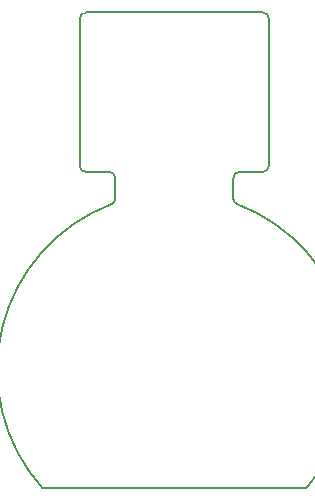
<source format=gbr>
%TF.GenerationSoftware,KiCad,Pcbnew,6.0.1-79c1e3a40b~116~ubuntu20.04.1*%
%TF.CreationDate,2022-02-08T16:17:55-05:00*%
%TF.ProjectId,gameKey-PCB-ThumbCluster,67616d65-4b65-4792-9d50-43422d546875,rev?*%
%TF.SameCoordinates,Original*%
%TF.FileFunction,Profile,NP*%
%FSLAX46Y46*%
G04 Gerber Fmt 4.6, Leading zero omitted, Abs format (unit mm)*
G04 Created by KiCad (PCBNEW 6.0.1-79c1e3a40b~116~ubuntu20.04.1) date 2022-02-08 16:17:55*
%MOMM*%
%LPD*%
G01*
G04 APERTURE LIST*
%TA.AperFunction,Profile*%
%ADD10C,0.200000*%
%TD*%
G04 APERTURE END LIST*
D10*
X-7499999Y16750001D02*
X-5499999Y16750001D01*
X5000001Y14491378D02*
G75*
G03*
X5322582Y14023914I500002J1D01*
G01*
X7500001Y16750001D02*
G75*
G03*
X8000001Y17250001I-1J500001D01*
G01*
X-11180339Y-9999999D02*
X11180341Y-9999999D01*
X-7999999Y29750001D02*
X-7999999Y17250001D01*
X5000001Y14491378D02*
X5000001Y16250001D01*
X8000001Y29750001D02*
G75*
G03*
X7500001Y30250001I-500001J-1D01*
G01*
X11180341Y-9999999D02*
G75*
G03*
X5322582Y14023914I-11180340J10000000D01*
G01*
X-7999999Y17250001D02*
G75*
G03*
X-7499999Y16750001I500001J1D01*
G01*
X-7499999Y30250001D02*
G75*
G03*
X-7999999Y29750001I1J-500001D01*
G01*
X-4999999Y16250001D02*
X-4999999Y14491378D01*
X5500001Y16750001D02*
X7500001Y16750001D01*
X5500001Y16750001D02*
G75*
G03*
X5000001Y16250001I1J-500001D01*
G01*
X8000001Y17250001D02*
X8000001Y29750001D01*
X7500001Y30250001D02*
X-7499999Y30250001D01*
X-4999999Y16250001D02*
G75*
G03*
X-5499999Y16750001I-500001J-1D01*
G01*
X-5322580Y14023914D02*
G75*
G03*
X-4999999Y14491378I-177421J467465D01*
G01*
X-5322580Y14023914D02*
G75*
G03*
X-11180339Y-9999999I5322581J-14023913D01*
G01*
M02*

</source>
